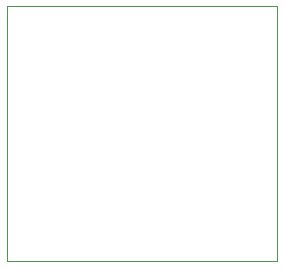
<source format=gbr>
%TF.GenerationSoftware,KiCad,Pcbnew,5.1.6-c6e7f7d~86~ubuntu18.04.1*%
%TF.CreationDate,2020-05-18T18:47:09-04:00*%
%TF.ProjectId,battery,62617474-6572-4792-9e6b-696361645f70,rev?*%
%TF.SameCoordinates,Original*%
%TF.FileFunction,Profile,NP*%
%FSLAX46Y46*%
G04 Gerber Fmt 4.6, Leading zero omitted, Abs format (unit mm)*
G04 Created by KiCad (PCBNEW 5.1.6-c6e7f7d~86~ubuntu18.04.1) date 2020-05-18 18:47:09*
%MOMM*%
%LPD*%
G01*
G04 APERTURE LIST*
%TA.AperFunction,Profile*%
%ADD10C,0.050000*%
%TD*%
G04 APERTURE END LIST*
D10*
X132080000Y-81915000D02*
X154940000Y-81915000D01*
X132080000Y-103505000D02*
X132080000Y-81915000D01*
X154940000Y-103505000D02*
X132080000Y-103505000D01*
X154940000Y-81915000D02*
X154940000Y-103505000D01*
M02*

</source>
